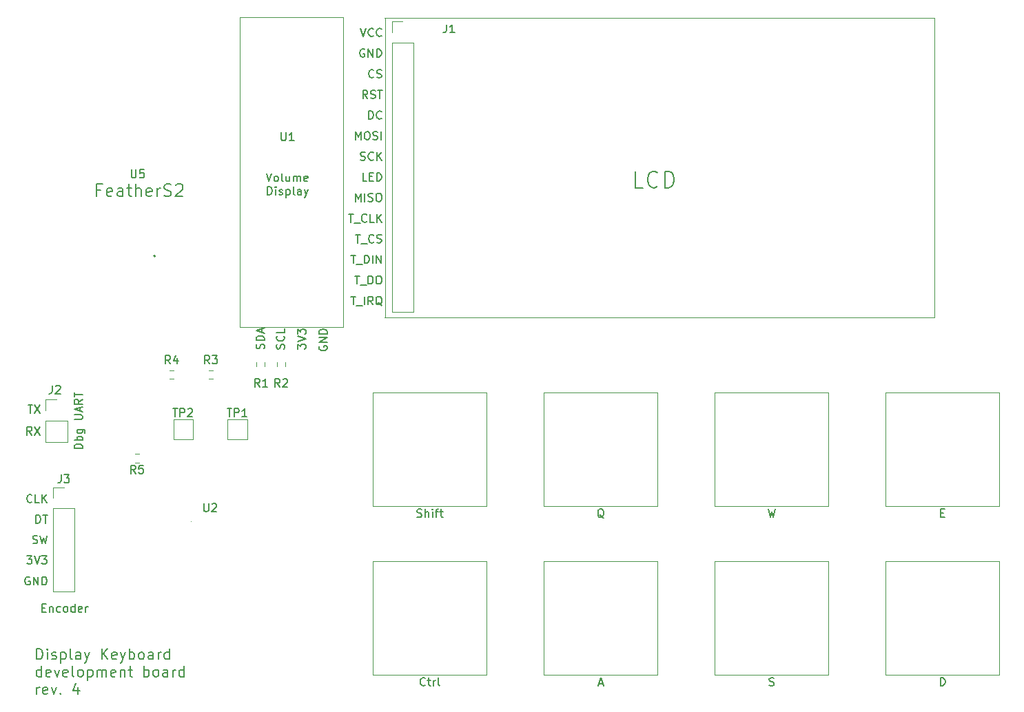
<source format=gbr>
%TF.GenerationSoftware,KiCad,Pcbnew,(5.1.9)-1*%
%TF.CreationDate,2021-04-10T21:56:04-07:00*%
%TF.ProjectId,Keyboard Proto,4b657962-6f61-4726-9420-50726f746f2e,rev?*%
%TF.SameCoordinates,Original*%
%TF.FileFunction,Legend,Top*%
%TF.FilePolarity,Positive*%
%FSLAX46Y46*%
G04 Gerber Fmt 4.6, Leading zero omitted, Abs format (unit mm)*
G04 Created by KiCad (PCBNEW (5.1.9)-1) date 2021-04-10 21:56:04*
%MOMM*%
%LPD*%
G01*
G04 APERTURE LIST*
%ADD10C,0.150000*%
%ADD11C,0.200000*%
%ADD12C,0.120000*%
%ADD13C,0.100000*%
G04 APERTURE END LIST*
D10*
X121991761Y-76605380D02*
X122325095Y-77605380D01*
X122658428Y-76605380D01*
X123134619Y-77605380D02*
X123039380Y-77557761D01*
X122991761Y-77510142D01*
X122944142Y-77414904D01*
X122944142Y-77129190D01*
X122991761Y-77033952D01*
X123039380Y-76986333D01*
X123134619Y-76938714D01*
X123277476Y-76938714D01*
X123372714Y-76986333D01*
X123420333Y-77033952D01*
X123467952Y-77129190D01*
X123467952Y-77414904D01*
X123420333Y-77510142D01*
X123372714Y-77557761D01*
X123277476Y-77605380D01*
X123134619Y-77605380D01*
X124039380Y-77605380D02*
X123944142Y-77557761D01*
X123896523Y-77462523D01*
X123896523Y-76605380D01*
X124848904Y-76938714D02*
X124848904Y-77605380D01*
X124420333Y-76938714D02*
X124420333Y-77462523D01*
X124467952Y-77557761D01*
X124563190Y-77605380D01*
X124706047Y-77605380D01*
X124801285Y-77557761D01*
X124848904Y-77510142D01*
X125325095Y-77605380D02*
X125325095Y-76938714D01*
X125325095Y-77033952D02*
X125372714Y-76986333D01*
X125467952Y-76938714D01*
X125610809Y-76938714D01*
X125706047Y-76986333D01*
X125753666Y-77081571D01*
X125753666Y-77605380D01*
X125753666Y-77081571D02*
X125801285Y-76986333D01*
X125896523Y-76938714D01*
X126039380Y-76938714D01*
X126134619Y-76986333D01*
X126182238Y-77081571D01*
X126182238Y-77605380D01*
X127039380Y-77557761D02*
X126944142Y-77605380D01*
X126753666Y-77605380D01*
X126658428Y-77557761D01*
X126610809Y-77462523D01*
X126610809Y-77081571D01*
X126658428Y-76986333D01*
X126753666Y-76938714D01*
X126944142Y-76938714D01*
X127039380Y-76986333D01*
X127087000Y-77081571D01*
X127087000Y-77176809D01*
X126610809Y-77272047D01*
X122134619Y-79255380D02*
X122134619Y-78255380D01*
X122372714Y-78255380D01*
X122515571Y-78303000D01*
X122610809Y-78398238D01*
X122658428Y-78493476D01*
X122706047Y-78683952D01*
X122706047Y-78826809D01*
X122658428Y-79017285D01*
X122610809Y-79112523D01*
X122515571Y-79207761D01*
X122372714Y-79255380D01*
X122134619Y-79255380D01*
X123134619Y-79255380D02*
X123134619Y-78588714D01*
X123134619Y-78255380D02*
X123087000Y-78303000D01*
X123134619Y-78350619D01*
X123182238Y-78303000D01*
X123134619Y-78255380D01*
X123134619Y-78350619D01*
X123563190Y-79207761D02*
X123658428Y-79255380D01*
X123848904Y-79255380D01*
X123944142Y-79207761D01*
X123991761Y-79112523D01*
X123991761Y-79064904D01*
X123944142Y-78969666D01*
X123848904Y-78922047D01*
X123706047Y-78922047D01*
X123610809Y-78874428D01*
X123563190Y-78779190D01*
X123563190Y-78731571D01*
X123610809Y-78636333D01*
X123706047Y-78588714D01*
X123848904Y-78588714D01*
X123944142Y-78636333D01*
X124420333Y-78588714D02*
X124420333Y-79588714D01*
X124420333Y-78636333D02*
X124515571Y-78588714D01*
X124706047Y-78588714D01*
X124801285Y-78636333D01*
X124848904Y-78683952D01*
X124896523Y-78779190D01*
X124896523Y-79064904D01*
X124848904Y-79160142D01*
X124801285Y-79207761D01*
X124706047Y-79255380D01*
X124515571Y-79255380D01*
X124420333Y-79207761D01*
X125467952Y-79255380D02*
X125372714Y-79207761D01*
X125325095Y-79112523D01*
X125325095Y-78255380D01*
X126277476Y-79255380D02*
X126277476Y-78731571D01*
X126229857Y-78636333D01*
X126134619Y-78588714D01*
X125944142Y-78588714D01*
X125848904Y-78636333D01*
X126277476Y-79207761D02*
X126182238Y-79255380D01*
X125944142Y-79255380D01*
X125848904Y-79207761D01*
X125801285Y-79112523D01*
X125801285Y-79017285D01*
X125848904Y-78922047D01*
X125944142Y-78874428D01*
X126182238Y-78874428D01*
X126277476Y-78826809D01*
X126658428Y-78588714D02*
X126896523Y-79255380D01*
X127134619Y-78588714D02*
X126896523Y-79255380D01*
X126801285Y-79493476D01*
X126753666Y-79541095D01*
X126658428Y-79588714D01*
X99385380Y-110441952D02*
X98385380Y-110441952D01*
X98385380Y-110203857D01*
X98433000Y-110061000D01*
X98528238Y-109965761D01*
X98623476Y-109918142D01*
X98813952Y-109870523D01*
X98956809Y-109870523D01*
X99147285Y-109918142D01*
X99242523Y-109965761D01*
X99337761Y-110061000D01*
X99385380Y-110203857D01*
X99385380Y-110441952D01*
X99385380Y-109441952D02*
X98385380Y-109441952D01*
X98766333Y-109441952D02*
X98718714Y-109346714D01*
X98718714Y-109156238D01*
X98766333Y-109061000D01*
X98813952Y-109013380D01*
X98909190Y-108965761D01*
X99194904Y-108965761D01*
X99290142Y-109013380D01*
X99337761Y-109061000D01*
X99385380Y-109156238D01*
X99385380Y-109346714D01*
X99337761Y-109441952D01*
X98718714Y-108108619D02*
X99528238Y-108108619D01*
X99623476Y-108156238D01*
X99671095Y-108203857D01*
X99718714Y-108299095D01*
X99718714Y-108441952D01*
X99671095Y-108537190D01*
X99337761Y-108108619D02*
X99385380Y-108203857D01*
X99385380Y-108394333D01*
X99337761Y-108489571D01*
X99290142Y-108537190D01*
X99194904Y-108584809D01*
X98909190Y-108584809D01*
X98813952Y-108537190D01*
X98766333Y-108489571D01*
X98718714Y-108394333D01*
X98718714Y-108203857D01*
X98766333Y-108108619D01*
X98385380Y-106870523D02*
X99194904Y-106870523D01*
X99290142Y-106822904D01*
X99337761Y-106775285D01*
X99385380Y-106680047D01*
X99385380Y-106489571D01*
X99337761Y-106394333D01*
X99290142Y-106346714D01*
X99194904Y-106299095D01*
X98385380Y-106299095D01*
X99099666Y-105870523D02*
X99099666Y-105394333D01*
X99385380Y-105965761D02*
X98385380Y-105632428D01*
X99385380Y-105299095D01*
X99385380Y-104394333D02*
X98909190Y-104727666D01*
X99385380Y-104965761D02*
X98385380Y-104965761D01*
X98385380Y-104584809D01*
X98433000Y-104489571D01*
X98480619Y-104441952D01*
X98575857Y-104394333D01*
X98718714Y-104394333D01*
X98813952Y-104441952D01*
X98861571Y-104489571D01*
X98909190Y-104584809D01*
X98909190Y-104965761D01*
X98385380Y-104108619D02*
X98385380Y-103537190D01*
X99385380Y-103822904D02*
X98385380Y-103822904D01*
D11*
X101660042Y-78658257D02*
X101160042Y-78658257D01*
X101160042Y-79443971D02*
X101160042Y-77943971D01*
X101874328Y-77943971D01*
X103017185Y-79372542D02*
X102874328Y-79443971D01*
X102588614Y-79443971D01*
X102445757Y-79372542D01*
X102374328Y-79229685D01*
X102374328Y-78658257D01*
X102445757Y-78515400D01*
X102588614Y-78443971D01*
X102874328Y-78443971D01*
X103017185Y-78515400D01*
X103088614Y-78658257D01*
X103088614Y-78801114D01*
X102374328Y-78943971D01*
X104374328Y-79443971D02*
X104374328Y-78658257D01*
X104302900Y-78515400D01*
X104160042Y-78443971D01*
X103874328Y-78443971D01*
X103731471Y-78515400D01*
X104374328Y-79372542D02*
X104231471Y-79443971D01*
X103874328Y-79443971D01*
X103731471Y-79372542D01*
X103660042Y-79229685D01*
X103660042Y-79086828D01*
X103731471Y-78943971D01*
X103874328Y-78872542D01*
X104231471Y-78872542D01*
X104374328Y-78801114D01*
X104874328Y-78443971D02*
X105445757Y-78443971D01*
X105088614Y-77943971D02*
X105088614Y-79229685D01*
X105160042Y-79372542D01*
X105302900Y-79443971D01*
X105445757Y-79443971D01*
X105945757Y-79443971D02*
X105945757Y-77943971D01*
X106588614Y-79443971D02*
X106588614Y-78658257D01*
X106517185Y-78515400D01*
X106374328Y-78443971D01*
X106160042Y-78443971D01*
X106017185Y-78515400D01*
X105945757Y-78586828D01*
X107874328Y-79372542D02*
X107731471Y-79443971D01*
X107445757Y-79443971D01*
X107302900Y-79372542D01*
X107231471Y-79229685D01*
X107231471Y-78658257D01*
X107302900Y-78515400D01*
X107445757Y-78443971D01*
X107731471Y-78443971D01*
X107874328Y-78515400D01*
X107945757Y-78658257D01*
X107945757Y-78801114D01*
X107231471Y-78943971D01*
X108588614Y-79443971D02*
X108588614Y-78443971D01*
X108588614Y-78729685D02*
X108660042Y-78586828D01*
X108731471Y-78515400D01*
X108874328Y-78443971D01*
X109017185Y-78443971D01*
X109445757Y-79372542D02*
X109660042Y-79443971D01*
X110017185Y-79443971D01*
X110160042Y-79372542D01*
X110231471Y-79301114D01*
X110302900Y-79158257D01*
X110302900Y-79015400D01*
X110231471Y-78872542D01*
X110160042Y-78801114D01*
X110017185Y-78729685D01*
X109731471Y-78658257D01*
X109588614Y-78586828D01*
X109517185Y-78515400D01*
X109445757Y-78372542D01*
X109445757Y-78229685D01*
X109517185Y-78086828D01*
X109588614Y-78015400D01*
X109731471Y-77943971D01*
X110088614Y-77943971D01*
X110302900Y-78015400D01*
X110874328Y-78086828D02*
X110945757Y-78015400D01*
X111088614Y-77943971D01*
X111445757Y-77943971D01*
X111588614Y-78015400D01*
X111660042Y-78086828D01*
X111731471Y-78229685D01*
X111731471Y-78372542D01*
X111660042Y-78586828D01*
X110802900Y-79443971D01*
X111731471Y-79443971D01*
D10*
X128506600Y-97866104D02*
X128458980Y-97961342D01*
X128458980Y-98104200D01*
X128506600Y-98247057D01*
X128601838Y-98342295D01*
X128697076Y-98389914D01*
X128887552Y-98437533D01*
X129030409Y-98437533D01*
X129220885Y-98389914D01*
X129316123Y-98342295D01*
X129411361Y-98247057D01*
X129458980Y-98104200D01*
X129458980Y-98008961D01*
X129411361Y-97866104D01*
X129363742Y-97818485D01*
X129030409Y-97818485D01*
X129030409Y-98008961D01*
X129458980Y-97389914D02*
X128458980Y-97389914D01*
X129458980Y-96818485D01*
X128458980Y-96818485D01*
X129458980Y-96342295D02*
X128458980Y-96342295D01*
X128458980Y-96104200D01*
X128506600Y-95961342D01*
X128601838Y-95866104D01*
X128697076Y-95818485D01*
X128887552Y-95770866D01*
X129030409Y-95770866D01*
X129220885Y-95818485D01*
X129316123Y-95866104D01*
X129411361Y-95961342D01*
X129458980Y-96104200D01*
X129458980Y-96342295D01*
X125817380Y-98215295D02*
X125817380Y-97596247D01*
X126198333Y-97929580D01*
X126198333Y-97786723D01*
X126245952Y-97691485D01*
X126293571Y-97643866D01*
X126388809Y-97596247D01*
X126626904Y-97596247D01*
X126722142Y-97643866D01*
X126769761Y-97691485D01*
X126817380Y-97786723D01*
X126817380Y-98072438D01*
X126769761Y-98167676D01*
X126722142Y-98215295D01*
X125817380Y-97310533D02*
X126817380Y-96977200D01*
X125817380Y-96643866D01*
X125817380Y-96405771D02*
X125817380Y-95786723D01*
X126198333Y-96120057D01*
X126198333Y-95977200D01*
X126245952Y-95881961D01*
X126293571Y-95834342D01*
X126388809Y-95786723D01*
X126626904Y-95786723D01*
X126722142Y-95834342D01*
X126769761Y-95881961D01*
X126817380Y-95977200D01*
X126817380Y-96262914D01*
X126769761Y-96358152D01*
X126722142Y-96405771D01*
X124178961Y-98193076D02*
X124226580Y-98050219D01*
X124226580Y-97812123D01*
X124178961Y-97716885D01*
X124131342Y-97669266D01*
X124036104Y-97621647D01*
X123940866Y-97621647D01*
X123845628Y-97669266D01*
X123798009Y-97716885D01*
X123750390Y-97812123D01*
X123702771Y-98002600D01*
X123655152Y-98097838D01*
X123607533Y-98145457D01*
X123512295Y-98193076D01*
X123417057Y-98193076D01*
X123321819Y-98145457D01*
X123274200Y-98097838D01*
X123226580Y-98002600D01*
X123226580Y-97764504D01*
X123274200Y-97621647D01*
X124131342Y-96621647D02*
X124178961Y-96669266D01*
X124226580Y-96812123D01*
X124226580Y-96907361D01*
X124178961Y-97050219D01*
X124083723Y-97145457D01*
X123988485Y-97193076D01*
X123798009Y-97240695D01*
X123655152Y-97240695D01*
X123464676Y-97193076D01*
X123369438Y-97145457D01*
X123274200Y-97050219D01*
X123226580Y-96907361D01*
X123226580Y-96812123D01*
X123274200Y-96669266D01*
X123321819Y-96621647D01*
X124226580Y-95716885D02*
X124226580Y-96193076D01*
X123226580Y-96193076D01*
X121689761Y-98166085D02*
X121737380Y-98023228D01*
X121737380Y-97785133D01*
X121689761Y-97689895D01*
X121642142Y-97642276D01*
X121546904Y-97594657D01*
X121451666Y-97594657D01*
X121356428Y-97642276D01*
X121308809Y-97689895D01*
X121261190Y-97785133D01*
X121213571Y-97975609D01*
X121165952Y-98070847D01*
X121118333Y-98118466D01*
X121023095Y-98166085D01*
X120927857Y-98166085D01*
X120832619Y-98118466D01*
X120785000Y-98070847D01*
X120737380Y-97975609D01*
X120737380Y-97737514D01*
X120785000Y-97594657D01*
X121737380Y-97166085D02*
X120737380Y-97166085D01*
X120737380Y-96927990D01*
X120785000Y-96785133D01*
X120880238Y-96689895D01*
X120975476Y-96642276D01*
X121165952Y-96594657D01*
X121308809Y-96594657D01*
X121499285Y-96642276D01*
X121594523Y-96689895D01*
X121689761Y-96785133D01*
X121737380Y-96927990D01*
X121737380Y-97166085D01*
X121451666Y-96213704D02*
X121451666Y-95737514D01*
X121737380Y-96308942D02*
X120737380Y-95975609D01*
X121737380Y-95642276D01*
X93194261Y-117006642D02*
X93146642Y-117054261D01*
X93003785Y-117101880D01*
X92908547Y-117101880D01*
X92765690Y-117054261D01*
X92670452Y-116959023D01*
X92622833Y-116863785D01*
X92575214Y-116673309D01*
X92575214Y-116530452D01*
X92622833Y-116339976D01*
X92670452Y-116244738D01*
X92765690Y-116149500D01*
X92908547Y-116101880D01*
X93003785Y-116101880D01*
X93146642Y-116149500D01*
X93194261Y-116197119D01*
X94099023Y-117101880D02*
X93622833Y-117101880D01*
X93622833Y-116101880D01*
X94432357Y-117101880D02*
X94432357Y-116101880D01*
X95003785Y-117101880D02*
X94575214Y-116530452D01*
X95003785Y-116101880D02*
X94432357Y-116673309D01*
X93670451Y-119616480D02*
X93670451Y-118616480D01*
X93908547Y-118616480D01*
X94051404Y-118664100D01*
X94146642Y-118759338D01*
X94194261Y-118854576D01*
X94241880Y-119045052D01*
X94241880Y-119187909D01*
X94194261Y-119378385D01*
X94146642Y-119473623D01*
X94051404Y-119568861D01*
X93908547Y-119616480D01*
X93670451Y-119616480D01*
X94527594Y-118616480D02*
X95099023Y-118616480D01*
X94813309Y-119616480D02*
X94813309Y-118616480D01*
X93289500Y-122096161D02*
X93432357Y-122143780D01*
X93670452Y-122143780D01*
X93765690Y-122096161D01*
X93813309Y-122048542D01*
X93860928Y-121953304D01*
X93860928Y-121858066D01*
X93813309Y-121762828D01*
X93765690Y-121715209D01*
X93670452Y-121667590D01*
X93479976Y-121619971D01*
X93384738Y-121572352D01*
X93337119Y-121524733D01*
X93289500Y-121429495D01*
X93289500Y-121334257D01*
X93337119Y-121239019D01*
X93384738Y-121191400D01*
X93479976Y-121143780D01*
X93718071Y-121143780D01*
X93860928Y-121191400D01*
X94194262Y-121143780D02*
X94432357Y-122143780D01*
X94622833Y-121429495D01*
X94813309Y-122143780D01*
X95051404Y-121143780D01*
X92575213Y-123632980D02*
X93194261Y-123632980D01*
X92860928Y-124013933D01*
X93003785Y-124013933D01*
X93099023Y-124061552D01*
X93146642Y-124109171D01*
X93194261Y-124204409D01*
X93194261Y-124442504D01*
X93146642Y-124537742D01*
X93099023Y-124585361D01*
X93003785Y-124632980D01*
X92718070Y-124632980D01*
X92622832Y-124585361D01*
X92575213Y-124537742D01*
X93479975Y-123632980D02*
X93813309Y-124632980D01*
X94146642Y-123632980D01*
X94384737Y-123632980D02*
X95003785Y-123632980D01*
X94670451Y-124013933D01*
X94813309Y-124013933D01*
X94908547Y-124061552D01*
X94956166Y-124109171D01*
X95003785Y-124204409D01*
X95003785Y-124442504D01*
X94956166Y-124537742D01*
X94908547Y-124585361D01*
X94813309Y-124632980D01*
X94527594Y-124632980D01*
X94432356Y-124585361D01*
X94384737Y-124537742D01*
X93178333Y-108783380D02*
X92845000Y-108307190D01*
X92606904Y-108783380D02*
X92606904Y-107783380D01*
X92987857Y-107783380D01*
X93083095Y-107831000D01*
X93130714Y-107878619D01*
X93178333Y-107973857D01*
X93178333Y-108116714D01*
X93130714Y-108211952D01*
X93083095Y-108259571D01*
X92987857Y-108307190D01*
X92606904Y-108307190D01*
X93511666Y-107783380D02*
X94178333Y-108783380D01*
X94178333Y-107783380D02*
X93511666Y-108783380D01*
X92710095Y-105116380D02*
X93281523Y-105116380D01*
X92995809Y-106116380D02*
X92995809Y-105116380D01*
X93519619Y-105116380D02*
X94186285Y-106116380D01*
X94186285Y-105116380D02*
X93519619Y-106116380D01*
X92908547Y-126258700D02*
X92813309Y-126211080D01*
X92670452Y-126211080D01*
X92527594Y-126258700D01*
X92432356Y-126353938D01*
X92384737Y-126449176D01*
X92337118Y-126639652D01*
X92337118Y-126782509D01*
X92384737Y-126972985D01*
X92432356Y-127068223D01*
X92527594Y-127163461D01*
X92670452Y-127211080D01*
X92765690Y-127211080D01*
X92908547Y-127163461D01*
X92956166Y-127115842D01*
X92956166Y-126782509D01*
X92765690Y-126782509D01*
X93384737Y-127211080D02*
X93384737Y-126211080D01*
X93956166Y-127211080D01*
X93956166Y-126211080D01*
X94432356Y-127211080D02*
X94432356Y-126211080D01*
X94670452Y-126211080D01*
X94813309Y-126258700D01*
X94908547Y-126353938D01*
X94956166Y-126449176D01*
X95003785Y-126639652D01*
X95003785Y-126782509D01*
X94956166Y-126972985D01*
X94908547Y-127068223D01*
X94813309Y-127163461D01*
X94670452Y-127211080D01*
X94432356Y-127211080D01*
X94455004Y-130027371D02*
X94788338Y-130027371D01*
X94931195Y-130551180D02*
X94455004Y-130551180D01*
X94455004Y-129551180D01*
X94931195Y-129551180D01*
X95359766Y-129884514D02*
X95359766Y-130551180D01*
X95359766Y-129979752D02*
X95407385Y-129932133D01*
X95502623Y-129884514D01*
X95645480Y-129884514D01*
X95740719Y-129932133D01*
X95788338Y-130027371D01*
X95788338Y-130551180D01*
X96693100Y-130503561D02*
X96597861Y-130551180D01*
X96407385Y-130551180D01*
X96312147Y-130503561D01*
X96264528Y-130455942D01*
X96216909Y-130360704D01*
X96216909Y-130074990D01*
X96264528Y-129979752D01*
X96312147Y-129932133D01*
X96407385Y-129884514D01*
X96597861Y-129884514D01*
X96693100Y-129932133D01*
X97264528Y-130551180D02*
X97169290Y-130503561D01*
X97121671Y-130455942D01*
X97074052Y-130360704D01*
X97074052Y-130074990D01*
X97121671Y-129979752D01*
X97169290Y-129932133D01*
X97264528Y-129884514D01*
X97407385Y-129884514D01*
X97502623Y-129932133D01*
X97550242Y-129979752D01*
X97597861Y-130074990D01*
X97597861Y-130360704D01*
X97550242Y-130455942D01*
X97502623Y-130503561D01*
X97407385Y-130551180D01*
X97264528Y-130551180D01*
X98455004Y-130551180D02*
X98455004Y-129551180D01*
X98455004Y-130503561D02*
X98359766Y-130551180D01*
X98169290Y-130551180D01*
X98074052Y-130503561D01*
X98026433Y-130455942D01*
X97978814Y-130360704D01*
X97978814Y-130074990D01*
X98026433Y-129979752D01*
X98074052Y-129932133D01*
X98169290Y-129884514D01*
X98359766Y-129884514D01*
X98455004Y-129932133D01*
X99312147Y-130503561D02*
X99216909Y-130551180D01*
X99026433Y-130551180D01*
X98931195Y-130503561D01*
X98883576Y-130408323D01*
X98883576Y-130027371D01*
X98931195Y-129932133D01*
X99026433Y-129884514D01*
X99216909Y-129884514D01*
X99312147Y-129932133D01*
X99359766Y-130027371D01*
X99359766Y-130122609D01*
X98883576Y-130217847D01*
X99788338Y-130551180D02*
X99788338Y-129884514D01*
X99788338Y-130074990D02*
X99835957Y-129979752D01*
X99883576Y-129932133D01*
X99978814Y-129884514D01*
X100074052Y-129884514D01*
D11*
X168265647Y-78374761D02*
X167313266Y-78374761D01*
X167313266Y-76374761D01*
X170075171Y-78184285D02*
X169979933Y-78279523D01*
X169694219Y-78374761D01*
X169503742Y-78374761D01*
X169218028Y-78279523D01*
X169027552Y-78089047D01*
X168932314Y-77898571D01*
X168837076Y-77517619D01*
X168837076Y-77231904D01*
X168932314Y-76850952D01*
X169027552Y-76660476D01*
X169218028Y-76470000D01*
X169503742Y-76374761D01*
X169694219Y-76374761D01*
X169979933Y-76470000D01*
X170075171Y-76565238D01*
X170932314Y-78374761D02*
X170932314Y-76374761D01*
X171408504Y-76374761D01*
X171694219Y-76470000D01*
X171884695Y-76660476D01*
X171979933Y-76850952D01*
X172075171Y-77231904D01*
X172075171Y-77517619D01*
X171979933Y-77898571D01*
X171884695Y-78089047D01*
X171694219Y-78279523D01*
X171408504Y-78374761D01*
X170932314Y-78374761D01*
D12*
X204089000Y-57480200D02*
X136525000Y-57480200D01*
X204089000Y-94335600D02*
X204089000Y-57480200D01*
X136525000Y-94335600D02*
X204089000Y-94335600D01*
X136626600Y-57480200D02*
X136626600Y-94335600D01*
D10*
X132375590Y-91755980D02*
X132947019Y-91755980D01*
X132661304Y-92755980D02*
X132661304Y-91755980D01*
X133042257Y-92851219D02*
X133804162Y-92851219D01*
X134042257Y-92755980D02*
X134042257Y-91755980D01*
X135089876Y-92755980D02*
X134756542Y-92279790D01*
X134518447Y-92755980D02*
X134518447Y-91755980D01*
X134899400Y-91755980D01*
X134994638Y-91803600D01*
X135042257Y-91851219D01*
X135089876Y-91946457D01*
X135089876Y-92089314D01*
X135042257Y-92184552D01*
X134994638Y-92232171D01*
X134899400Y-92279790D01*
X134518447Y-92279790D01*
X136185114Y-92851219D02*
X136089876Y-92803600D01*
X135994638Y-92708361D01*
X135851781Y-92565504D01*
X135756542Y-92517885D01*
X135661304Y-92517885D01*
X135708923Y-92755980D02*
X135613685Y-92708361D01*
X135518447Y-92613123D01*
X135470828Y-92422647D01*
X135470828Y-92089314D01*
X135518447Y-91898838D01*
X135613685Y-91803600D01*
X135708923Y-91755980D01*
X135899400Y-91755980D01*
X135994638Y-91803600D01*
X136089876Y-91898838D01*
X136137495Y-92089314D01*
X136137495Y-92422647D01*
X136089876Y-92613123D01*
X135994638Y-92708361D01*
X135899400Y-92755980D01*
X135708923Y-92755980D01*
X132851780Y-89219884D02*
X133423209Y-89219884D01*
X133137495Y-90219884D02*
X133137495Y-89219884D01*
X133518447Y-90315123D02*
X134280352Y-90315123D01*
X134518447Y-90219884D02*
X134518447Y-89219884D01*
X134756542Y-89219884D01*
X134899399Y-89267504D01*
X134994637Y-89362742D01*
X135042257Y-89457980D01*
X135089876Y-89648456D01*
X135089876Y-89791313D01*
X135042257Y-89981789D01*
X134994637Y-90077027D01*
X134899399Y-90172265D01*
X134756542Y-90219884D01*
X134518447Y-90219884D01*
X135708923Y-89219884D02*
X135899399Y-89219884D01*
X135994637Y-89267504D01*
X136089876Y-89362742D01*
X136137495Y-89553218D01*
X136137495Y-89886551D01*
X136089876Y-90077027D01*
X135994637Y-90172265D01*
X135899399Y-90219884D01*
X135708923Y-90219884D01*
X135613685Y-90172265D01*
X135518447Y-90077027D01*
X135470828Y-89886551D01*
X135470828Y-89553218D01*
X135518447Y-89362742D01*
X135613685Y-89267504D01*
X135708923Y-89219884D01*
X132375590Y-86683792D02*
X132947019Y-86683792D01*
X132661304Y-87683792D02*
X132661304Y-86683792D01*
X133042257Y-87779031D02*
X133804162Y-87779031D01*
X134042257Y-87683792D02*
X134042257Y-86683792D01*
X134280352Y-86683792D01*
X134423209Y-86731412D01*
X134518447Y-86826650D01*
X134566066Y-86921888D01*
X134613685Y-87112364D01*
X134613685Y-87255221D01*
X134566066Y-87445697D01*
X134518447Y-87540935D01*
X134423209Y-87636173D01*
X134280352Y-87683792D01*
X134042257Y-87683792D01*
X135042257Y-87683792D02*
X135042257Y-86683792D01*
X135518447Y-87683792D02*
X135518447Y-86683792D01*
X136089876Y-87683792D01*
X136089876Y-86683792D01*
X132947019Y-84147700D02*
X133518448Y-84147700D01*
X133232734Y-85147700D02*
X133232734Y-84147700D01*
X133613686Y-85242939D02*
X134375591Y-85242939D01*
X135185115Y-85052462D02*
X135137496Y-85100081D01*
X134994638Y-85147700D01*
X134899400Y-85147700D01*
X134756543Y-85100081D01*
X134661305Y-85004843D01*
X134613686Y-84909605D01*
X134566067Y-84719129D01*
X134566067Y-84576272D01*
X134613686Y-84385796D01*
X134661305Y-84290558D01*
X134756543Y-84195320D01*
X134899400Y-84147700D01*
X134994638Y-84147700D01*
X135137496Y-84195320D01*
X135185115Y-84242939D01*
X135566067Y-85100081D02*
X135708924Y-85147700D01*
X135947019Y-85147700D01*
X136042257Y-85100081D01*
X136089877Y-85052462D01*
X136137496Y-84957224D01*
X136137496Y-84861986D01*
X136089877Y-84766748D01*
X136042257Y-84719129D01*
X135947019Y-84671510D01*
X135756543Y-84623891D01*
X135661305Y-84576272D01*
X135613686Y-84528653D01*
X135566067Y-84433415D01*
X135566067Y-84338177D01*
X135613686Y-84242939D01*
X135661305Y-84195320D01*
X135756543Y-84147700D01*
X135994638Y-84147700D01*
X136137496Y-84195320D01*
X132089876Y-81611608D02*
X132661305Y-81611608D01*
X132375590Y-82611608D02*
X132375590Y-81611608D01*
X132756543Y-82706847D02*
X133518447Y-82706847D01*
X134327971Y-82516370D02*
X134280352Y-82563989D01*
X134137495Y-82611608D01*
X134042257Y-82611608D01*
X133899400Y-82563989D01*
X133804162Y-82468751D01*
X133756543Y-82373513D01*
X133708924Y-82183037D01*
X133708924Y-82040180D01*
X133756543Y-81849704D01*
X133804162Y-81754466D01*
X133899400Y-81659228D01*
X134042257Y-81611608D01*
X134137495Y-81611608D01*
X134280352Y-81659228D01*
X134327971Y-81706847D01*
X135232733Y-82611608D02*
X134756543Y-82611608D01*
X134756543Y-81611608D01*
X135566066Y-82611608D02*
X135566066Y-81611608D01*
X136137495Y-82611608D02*
X135708924Y-82040180D01*
X136137495Y-81611608D02*
X135566066Y-82183037D01*
X132947019Y-80075516D02*
X132947019Y-79075516D01*
X133280352Y-79789802D01*
X133613686Y-79075516D01*
X133613686Y-80075516D01*
X134089876Y-80075516D02*
X134089876Y-79075516D01*
X134518448Y-80027897D02*
X134661305Y-80075516D01*
X134899400Y-80075516D01*
X134994638Y-80027897D01*
X135042257Y-79980278D01*
X135089876Y-79885040D01*
X135089876Y-79789802D01*
X135042257Y-79694564D01*
X134994638Y-79646945D01*
X134899400Y-79599326D01*
X134708924Y-79551707D01*
X134613686Y-79504088D01*
X134566067Y-79456469D01*
X134518448Y-79361231D01*
X134518448Y-79265993D01*
X134566067Y-79170755D01*
X134613686Y-79123136D01*
X134708924Y-79075516D01*
X134947019Y-79075516D01*
X135089876Y-79123136D01*
X135708924Y-79075516D02*
X135899400Y-79075516D01*
X135994638Y-79123136D01*
X136089876Y-79218374D01*
X136137495Y-79408850D01*
X136137495Y-79742183D01*
X136089876Y-79932659D01*
X135994638Y-80027897D01*
X135899400Y-80075516D01*
X135708924Y-80075516D01*
X135613686Y-80027897D01*
X135518448Y-79932659D01*
X135470828Y-79742183D01*
X135470828Y-79408850D01*
X135518448Y-79218374D01*
X135613686Y-79123136D01*
X135708924Y-79075516D01*
X134327971Y-77539424D02*
X133851781Y-77539424D01*
X133851781Y-76539424D01*
X134661305Y-77015615D02*
X134994638Y-77015615D01*
X135137495Y-77539424D02*
X134661305Y-77539424D01*
X134661305Y-76539424D01*
X135137495Y-76539424D01*
X135566067Y-77539424D02*
X135566067Y-76539424D01*
X135804162Y-76539424D01*
X135947019Y-76587044D01*
X136042257Y-76682282D01*
X136089876Y-76777520D01*
X136137495Y-76967996D01*
X136137495Y-77110853D01*
X136089876Y-77301329D01*
X136042257Y-77396567D01*
X135947019Y-77491805D01*
X135804162Y-77539424D01*
X135566067Y-77539424D01*
X133566066Y-74955713D02*
X133708923Y-75003332D01*
X133947019Y-75003332D01*
X134042257Y-74955713D01*
X134089876Y-74908094D01*
X134137495Y-74812856D01*
X134137495Y-74717618D01*
X134089876Y-74622380D01*
X134042257Y-74574761D01*
X133947019Y-74527142D01*
X133756542Y-74479523D01*
X133661304Y-74431904D01*
X133613685Y-74384285D01*
X133566066Y-74289047D01*
X133566066Y-74193809D01*
X133613685Y-74098571D01*
X133661304Y-74050952D01*
X133756542Y-74003332D01*
X133994638Y-74003332D01*
X134137495Y-74050952D01*
X135137495Y-74908094D02*
X135089876Y-74955713D01*
X134947019Y-75003332D01*
X134851781Y-75003332D01*
X134708923Y-74955713D01*
X134613685Y-74860475D01*
X134566066Y-74765237D01*
X134518447Y-74574761D01*
X134518447Y-74431904D01*
X134566066Y-74241428D01*
X134613685Y-74146190D01*
X134708923Y-74050952D01*
X134851781Y-74003332D01*
X134947019Y-74003332D01*
X135089876Y-74050952D01*
X135137495Y-74098571D01*
X135566066Y-75003332D02*
X135566066Y-74003332D01*
X136137495Y-75003332D02*
X135708923Y-74431904D01*
X136137495Y-74003332D02*
X135566066Y-74574761D01*
X132947019Y-72467240D02*
X132947019Y-71467240D01*
X133280352Y-72181526D01*
X133613686Y-71467240D01*
X133613686Y-72467240D01*
X134280352Y-71467240D02*
X134470828Y-71467240D01*
X134566067Y-71514860D01*
X134661305Y-71610098D01*
X134708924Y-71800574D01*
X134708924Y-72133907D01*
X134661305Y-72324383D01*
X134566067Y-72419621D01*
X134470828Y-72467240D01*
X134280352Y-72467240D01*
X134185114Y-72419621D01*
X134089876Y-72324383D01*
X134042257Y-72133907D01*
X134042257Y-71800574D01*
X134089876Y-71610098D01*
X134185114Y-71514860D01*
X134280352Y-71467240D01*
X135089876Y-72419621D02*
X135232733Y-72467240D01*
X135470828Y-72467240D01*
X135566067Y-72419621D01*
X135613686Y-72372002D01*
X135661305Y-72276764D01*
X135661305Y-72181526D01*
X135613686Y-72086288D01*
X135566067Y-72038669D01*
X135470828Y-71991050D01*
X135280352Y-71943431D01*
X135185114Y-71895812D01*
X135137495Y-71848193D01*
X135089876Y-71752955D01*
X135089876Y-71657717D01*
X135137495Y-71562479D01*
X135185114Y-71514860D01*
X135280352Y-71467240D01*
X135518448Y-71467240D01*
X135661305Y-71514860D01*
X136089876Y-72467240D02*
X136089876Y-71467240D01*
X134566067Y-69931148D02*
X134566067Y-68931148D01*
X134804162Y-68931148D01*
X134947019Y-68978768D01*
X135042257Y-69074006D01*
X135089876Y-69169244D01*
X135137495Y-69359720D01*
X135137495Y-69502577D01*
X135089876Y-69693053D01*
X135042257Y-69788291D01*
X134947019Y-69883529D01*
X134804162Y-69931148D01*
X134566067Y-69931148D01*
X136137495Y-69835910D02*
X136089876Y-69883529D01*
X135947019Y-69931148D01*
X135851781Y-69931148D01*
X135708924Y-69883529D01*
X135613686Y-69788291D01*
X135566067Y-69693053D01*
X135518448Y-69502577D01*
X135518448Y-69359720D01*
X135566067Y-69169244D01*
X135613686Y-69074006D01*
X135708924Y-68978768D01*
X135851781Y-68931148D01*
X135947019Y-68931148D01*
X136089876Y-68978768D01*
X136137495Y-69026387D01*
X134423209Y-67395056D02*
X134089876Y-66918866D01*
X133851781Y-67395056D02*
X133851781Y-66395056D01*
X134232733Y-66395056D01*
X134327971Y-66442676D01*
X134375590Y-66490295D01*
X134423209Y-66585533D01*
X134423209Y-66728390D01*
X134375590Y-66823628D01*
X134327971Y-66871247D01*
X134232733Y-66918866D01*
X133851781Y-66918866D01*
X134804162Y-67347437D02*
X134947019Y-67395056D01*
X135185114Y-67395056D01*
X135280352Y-67347437D01*
X135327971Y-67299818D01*
X135375590Y-67204580D01*
X135375590Y-67109342D01*
X135327971Y-67014104D01*
X135280352Y-66966485D01*
X135185114Y-66918866D01*
X134994638Y-66871247D01*
X134899400Y-66823628D01*
X134851781Y-66776009D01*
X134804162Y-66680771D01*
X134804162Y-66585533D01*
X134851781Y-66490295D01*
X134899400Y-66442676D01*
X134994638Y-66395056D01*
X135232733Y-66395056D01*
X135375590Y-66442676D01*
X135661305Y-66395056D02*
X136232733Y-66395056D01*
X135947019Y-67395056D02*
X135947019Y-66395056D01*
X135185114Y-64763726D02*
X135137495Y-64811345D01*
X134994638Y-64858964D01*
X134899400Y-64858964D01*
X134756542Y-64811345D01*
X134661304Y-64716107D01*
X134613685Y-64620869D01*
X134566066Y-64430393D01*
X134566066Y-64287536D01*
X134613685Y-64097060D01*
X134661304Y-64001822D01*
X134756542Y-63906584D01*
X134899400Y-63858964D01*
X134994638Y-63858964D01*
X135137495Y-63906584D01*
X135185114Y-63954203D01*
X135566066Y-64811345D02*
X135708923Y-64858964D01*
X135947019Y-64858964D01*
X136042257Y-64811345D01*
X136089876Y-64763726D01*
X136137495Y-64668488D01*
X136137495Y-64573250D01*
X136089876Y-64478012D01*
X136042257Y-64430393D01*
X135947019Y-64382774D01*
X135756542Y-64335155D01*
X135661304Y-64287536D01*
X135613685Y-64239917D01*
X135566066Y-64144679D01*
X135566066Y-64049441D01*
X135613685Y-63954203D01*
X135661304Y-63906584D01*
X135756542Y-63858964D01*
X135994638Y-63858964D01*
X136137495Y-63906584D01*
X134042257Y-61370492D02*
X133947019Y-61322872D01*
X133804162Y-61322872D01*
X133661304Y-61370492D01*
X133566066Y-61465730D01*
X133518447Y-61560968D01*
X133470828Y-61751444D01*
X133470828Y-61894301D01*
X133518447Y-62084777D01*
X133566066Y-62180015D01*
X133661304Y-62275253D01*
X133804162Y-62322872D01*
X133899400Y-62322872D01*
X134042257Y-62275253D01*
X134089876Y-62227634D01*
X134089876Y-61894301D01*
X133899400Y-61894301D01*
X134518447Y-62322872D02*
X134518447Y-61322872D01*
X135089876Y-62322872D01*
X135089876Y-61322872D01*
X135566066Y-62322872D02*
X135566066Y-61322872D01*
X135804162Y-61322872D01*
X135947019Y-61370492D01*
X136042257Y-61465730D01*
X136089876Y-61560968D01*
X136137495Y-61751444D01*
X136137495Y-61894301D01*
X136089876Y-62084777D01*
X136042257Y-62180015D01*
X135947019Y-62275253D01*
X135804162Y-62322872D01*
X135566066Y-62322872D01*
X133566066Y-58786780D02*
X133899400Y-59786780D01*
X134232733Y-58786780D01*
X135137495Y-59691542D02*
X135089876Y-59739161D01*
X134947019Y-59786780D01*
X134851780Y-59786780D01*
X134708923Y-59739161D01*
X134613685Y-59643923D01*
X134566066Y-59548685D01*
X134518447Y-59358209D01*
X134518447Y-59215352D01*
X134566066Y-59024876D01*
X134613685Y-58929638D01*
X134708923Y-58834400D01*
X134851780Y-58786780D01*
X134947019Y-58786780D01*
X135089876Y-58834400D01*
X135137495Y-58882019D01*
X136137495Y-59691542D02*
X136089876Y-59739161D01*
X135947019Y-59786780D01*
X135851780Y-59786780D01*
X135708923Y-59739161D01*
X135613685Y-59643923D01*
X135566066Y-59548685D01*
X135518447Y-59358209D01*
X135518447Y-59215352D01*
X135566066Y-59024876D01*
X135613685Y-58929638D01*
X135708923Y-58834400D01*
X135851780Y-58786780D01*
X135947019Y-58786780D01*
X136089876Y-58834400D01*
X136137495Y-58882019D01*
D11*
X108359527Y-86766400D02*
G75*
G03*
X108359527Y-86766400I-104727J0D01*
G01*
X93784523Y-136360095D02*
X93784523Y-135060095D01*
X94094047Y-135060095D01*
X94279761Y-135122000D01*
X94403571Y-135245809D01*
X94465476Y-135369619D01*
X94527380Y-135617238D01*
X94527380Y-135802952D01*
X94465476Y-136050571D01*
X94403571Y-136174380D01*
X94279761Y-136298190D01*
X94094047Y-136360095D01*
X93784523Y-136360095D01*
X95084523Y-136360095D02*
X95084523Y-135493428D01*
X95084523Y-135060095D02*
X95022619Y-135122000D01*
X95084523Y-135183904D01*
X95146428Y-135122000D01*
X95084523Y-135060095D01*
X95084523Y-135183904D01*
X95641666Y-136298190D02*
X95765476Y-136360095D01*
X96013095Y-136360095D01*
X96136904Y-136298190D01*
X96198809Y-136174380D01*
X96198809Y-136112476D01*
X96136904Y-135988666D01*
X96013095Y-135926761D01*
X95827380Y-135926761D01*
X95703571Y-135864857D01*
X95641666Y-135741047D01*
X95641666Y-135679142D01*
X95703571Y-135555333D01*
X95827380Y-135493428D01*
X96013095Y-135493428D01*
X96136904Y-135555333D01*
X96755952Y-135493428D02*
X96755952Y-136793428D01*
X96755952Y-135555333D02*
X96879761Y-135493428D01*
X97127380Y-135493428D01*
X97251190Y-135555333D01*
X97313095Y-135617238D01*
X97375000Y-135741047D01*
X97375000Y-136112476D01*
X97313095Y-136236285D01*
X97251190Y-136298190D01*
X97127380Y-136360095D01*
X96879761Y-136360095D01*
X96755952Y-136298190D01*
X98117857Y-136360095D02*
X97994047Y-136298190D01*
X97932142Y-136174380D01*
X97932142Y-135060095D01*
X99170238Y-136360095D02*
X99170238Y-135679142D01*
X99108333Y-135555333D01*
X98984523Y-135493428D01*
X98736904Y-135493428D01*
X98613095Y-135555333D01*
X99170238Y-136298190D02*
X99046428Y-136360095D01*
X98736904Y-136360095D01*
X98613095Y-136298190D01*
X98551190Y-136174380D01*
X98551190Y-136050571D01*
X98613095Y-135926761D01*
X98736904Y-135864857D01*
X99046428Y-135864857D01*
X99170238Y-135802952D01*
X99665476Y-135493428D02*
X99975000Y-136360095D01*
X100284523Y-135493428D02*
X99975000Y-136360095D01*
X99851190Y-136669619D01*
X99789285Y-136731523D01*
X99665476Y-136793428D01*
X101770238Y-136360095D02*
X101770238Y-135060095D01*
X102513095Y-136360095D02*
X101955952Y-135617238D01*
X102513095Y-135060095D02*
X101770238Y-135802952D01*
X103565476Y-136298190D02*
X103441666Y-136360095D01*
X103194047Y-136360095D01*
X103070238Y-136298190D01*
X103008333Y-136174380D01*
X103008333Y-135679142D01*
X103070238Y-135555333D01*
X103194047Y-135493428D01*
X103441666Y-135493428D01*
X103565476Y-135555333D01*
X103627380Y-135679142D01*
X103627380Y-135802952D01*
X103008333Y-135926761D01*
X104060714Y-135493428D02*
X104370238Y-136360095D01*
X104679761Y-135493428D02*
X104370238Y-136360095D01*
X104246428Y-136669619D01*
X104184523Y-136731523D01*
X104060714Y-136793428D01*
X105175000Y-136360095D02*
X105175000Y-135060095D01*
X105175000Y-135555333D02*
X105298809Y-135493428D01*
X105546428Y-135493428D01*
X105670238Y-135555333D01*
X105732142Y-135617238D01*
X105794047Y-135741047D01*
X105794047Y-136112476D01*
X105732142Y-136236285D01*
X105670238Y-136298190D01*
X105546428Y-136360095D01*
X105298809Y-136360095D01*
X105175000Y-136298190D01*
X106536904Y-136360095D02*
X106413095Y-136298190D01*
X106351190Y-136236285D01*
X106289285Y-136112476D01*
X106289285Y-135741047D01*
X106351190Y-135617238D01*
X106413095Y-135555333D01*
X106536904Y-135493428D01*
X106722619Y-135493428D01*
X106846428Y-135555333D01*
X106908333Y-135617238D01*
X106970238Y-135741047D01*
X106970238Y-136112476D01*
X106908333Y-136236285D01*
X106846428Y-136298190D01*
X106722619Y-136360095D01*
X106536904Y-136360095D01*
X108084523Y-136360095D02*
X108084523Y-135679142D01*
X108022619Y-135555333D01*
X107898809Y-135493428D01*
X107651190Y-135493428D01*
X107527380Y-135555333D01*
X108084523Y-136298190D02*
X107960714Y-136360095D01*
X107651190Y-136360095D01*
X107527380Y-136298190D01*
X107465476Y-136174380D01*
X107465476Y-136050571D01*
X107527380Y-135926761D01*
X107651190Y-135864857D01*
X107960714Y-135864857D01*
X108084523Y-135802952D01*
X108703571Y-136360095D02*
X108703571Y-135493428D01*
X108703571Y-135741047D02*
X108765476Y-135617238D01*
X108827380Y-135555333D01*
X108951190Y-135493428D01*
X109075000Y-135493428D01*
X110065476Y-136360095D02*
X110065476Y-135060095D01*
X110065476Y-136298190D02*
X109941666Y-136360095D01*
X109694047Y-136360095D01*
X109570238Y-136298190D01*
X109508333Y-136236285D01*
X109446428Y-136112476D01*
X109446428Y-135741047D01*
X109508333Y-135617238D01*
X109570238Y-135555333D01*
X109694047Y-135493428D01*
X109941666Y-135493428D01*
X110065476Y-135555333D01*
X94341666Y-138510095D02*
X94341666Y-137210095D01*
X94341666Y-138448190D02*
X94217857Y-138510095D01*
X93970238Y-138510095D01*
X93846428Y-138448190D01*
X93784523Y-138386285D01*
X93722619Y-138262476D01*
X93722619Y-137891047D01*
X93784523Y-137767238D01*
X93846428Y-137705333D01*
X93970238Y-137643428D01*
X94217857Y-137643428D01*
X94341666Y-137705333D01*
X95455952Y-138448190D02*
X95332142Y-138510095D01*
X95084523Y-138510095D01*
X94960714Y-138448190D01*
X94898809Y-138324380D01*
X94898809Y-137829142D01*
X94960714Y-137705333D01*
X95084523Y-137643428D01*
X95332142Y-137643428D01*
X95455952Y-137705333D01*
X95517857Y-137829142D01*
X95517857Y-137952952D01*
X94898809Y-138076761D01*
X95951190Y-137643428D02*
X96260714Y-138510095D01*
X96570238Y-137643428D01*
X97560714Y-138448190D02*
X97436904Y-138510095D01*
X97189285Y-138510095D01*
X97065476Y-138448190D01*
X97003571Y-138324380D01*
X97003571Y-137829142D01*
X97065476Y-137705333D01*
X97189285Y-137643428D01*
X97436904Y-137643428D01*
X97560714Y-137705333D01*
X97622619Y-137829142D01*
X97622619Y-137952952D01*
X97003571Y-138076761D01*
X98365476Y-138510095D02*
X98241666Y-138448190D01*
X98179761Y-138324380D01*
X98179761Y-137210095D01*
X99046428Y-138510095D02*
X98922619Y-138448190D01*
X98860714Y-138386285D01*
X98798809Y-138262476D01*
X98798809Y-137891047D01*
X98860714Y-137767238D01*
X98922619Y-137705333D01*
X99046428Y-137643428D01*
X99232142Y-137643428D01*
X99355952Y-137705333D01*
X99417857Y-137767238D01*
X99479761Y-137891047D01*
X99479761Y-138262476D01*
X99417857Y-138386285D01*
X99355952Y-138448190D01*
X99232142Y-138510095D01*
X99046428Y-138510095D01*
X100036904Y-137643428D02*
X100036904Y-138943428D01*
X100036904Y-137705333D02*
X100160714Y-137643428D01*
X100408333Y-137643428D01*
X100532142Y-137705333D01*
X100594047Y-137767238D01*
X100655952Y-137891047D01*
X100655952Y-138262476D01*
X100594047Y-138386285D01*
X100532142Y-138448190D01*
X100408333Y-138510095D01*
X100160714Y-138510095D01*
X100036904Y-138448190D01*
X101213095Y-138510095D02*
X101213095Y-137643428D01*
X101213095Y-137767238D02*
X101275000Y-137705333D01*
X101398809Y-137643428D01*
X101584523Y-137643428D01*
X101708333Y-137705333D01*
X101770238Y-137829142D01*
X101770238Y-138510095D01*
X101770238Y-137829142D02*
X101832142Y-137705333D01*
X101955952Y-137643428D01*
X102141666Y-137643428D01*
X102265476Y-137705333D01*
X102327380Y-137829142D01*
X102327380Y-138510095D01*
X103441666Y-138448190D02*
X103317857Y-138510095D01*
X103070238Y-138510095D01*
X102946428Y-138448190D01*
X102884523Y-138324380D01*
X102884523Y-137829142D01*
X102946428Y-137705333D01*
X103070238Y-137643428D01*
X103317857Y-137643428D01*
X103441666Y-137705333D01*
X103503571Y-137829142D01*
X103503571Y-137952952D01*
X102884523Y-138076761D01*
X104060714Y-137643428D02*
X104060714Y-138510095D01*
X104060714Y-137767238D02*
X104122619Y-137705333D01*
X104246428Y-137643428D01*
X104432142Y-137643428D01*
X104555952Y-137705333D01*
X104617857Y-137829142D01*
X104617857Y-138510095D01*
X105051190Y-137643428D02*
X105546428Y-137643428D01*
X105236904Y-137210095D02*
X105236904Y-138324380D01*
X105298809Y-138448190D01*
X105422619Y-138510095D01*
X105546428Y-138510095D01*
X106970238Y-138510095D02*
X106970238Y-137210095D01*
X106970238Y-137705333D02*
X107094047Y-137643428D01*
X107341666Y-137643428D01*
X107465476Y-137705333D01*
X107527380Y-137767238D01*
X107589285Y-137891047D01*
X107589285Y-138262476D01*
X107527380Y-138386285D01*
X107465476Y-138448190D01*
X107341666Y-138510095D01*
X107094047Y-138510095D01*
X106970238Y-138448190D01*
X108332142Y-138510095D02*
X108208333Y-138448190D01*
X108146428Y-138386285D01*
X108084523Y-138262476D01*
X108084523Y-137891047D01*
X108146428Y-137767238D01*
X108208333Y-137705333D01*
X108332142Y-137643428D01*
X108517857Y-137643428D01*
X108641666Y-137705333D01*
X108703571Y-137767238D01*
X108765476Y-137891047D01*
X108765476Y-138262476D01*
X108703571Y-138386285D01*
X108641666Y-138448190D01*
X108517857Y-138510095D01*
X108332142Y-138510095D01*
X109879761Y-138510095D02*
X109879761Y-137829142D01*
X109817857Y-137705333D01*
X109694047Y-137643428D01*
X109446428Y-137643428D01*
X109322619Y-137705333D01*
X109879761Y-138448190D02*
X109755952Y-138510095D01*
X109446428Y-138510095D01*
X109322619Y-138448190D01*
X109260714Y-138324380D01*
X109260714Y-138200571D01*
X109322619Y-138076761D01*
X109446428Y-138014857D01*
X109755952Y-138014857D01*
X109879761Y-137952952D01*
X110498809Y-138510095D02*
X110498809Y-137643428D01*
X110498809Y-137891047D02*
X110560714Y-137767238D01*
X110622619Y-137705333D01*
X110746428Y-137643428D01*
X110870238Y-137643428D01*
X111860714Y-138510095D02*
X111860714Y-137210095D01*
X111860714Y-138448190D02*
X111736904Y-138510095D01*
X111489285Y-138510095D01*
X111365476Y-138448190D01*
X111303571Y-138386285D01*
X111241666Y-138262476D01*
X111241666Y-137891047D01*
X111303571Y-137767238D01*
X111365476Y-137705333D01*
X111489285Y-137643428D01*
X111736904Y-137643428D01*
X111860714Y-137705333D01*
X93784523Y-140660095D02*
X93784523Y-139793428D01*
X93784523Y-140041047D02*
X93846428Y-139917238D01*
X93908333Y-139855333D01*
X94032142Y-139793428D01*
X94155952Y-139793428D01*
X95084523Y-140598190D02*
X94960714Y-140660095D01*
X94713095Y-140660095D01*
X94589285Y-140598190D01*
X94527380Y-140474380D01*
X94527380Y-139979142D01*
X94589285Y-139855333D01*
X94713095Y-139793428D01*
X94960714Y-139793428D01*
X95084523Y-139855333D01*
X95146428Y-139979142D01*
X95146428Y-140102952D01*
X94527380Y-140226761D01*
X95579761Y-139793428D02*
X95889285Y-140660095D01*
X96198809Y-139793428D01*
X96694047Y-140536285D02*
X96755952Y-140598190D01*
X96694047Y-140660095D01*
X96632142Y-140598190D01*
X96694047Y-140536285D01*
X96694047Y-140660095D01*
X98860714Y-139793428D02*
X98860714Y-140660095D01*
X98551190Y-139298190D02*
X98241666Y-140226761D01*
X99046428Y-140226761D01*
D12*
%TO.C,R5*%
X106345758Y-112155500D02*
X105871242Y-112155500D01*
X106345758Y-111110500D02*
X105871242Y-111110500D01*
%TO.C,TP2*%
X110560000Y-109277000D02*
X110560000Y-106877000D01*
X112960000Y-109277000D02*
X110560000Y-109277000D01*
X112960000Y-106877000D02*
X112960000Y-109277000D01*
X110560000Y-106877000D02*
X112960000Y-106877000D01*
%TO.C,TP1*%
X117227500Y-109277000D02*
X117227500Y-106877000D01*
X119627500Y-109277000D02*
X117227500Y-109277000D01*
X119627500Y-106877000D02*
X119627500Y-109277000D01*
X117227500Y-106877000D02*
X119627500Y-106877000D01*
%TO.C,U1*%
X131445000Y-95504000D02*
X131445000Y-57404000D01*
X131445000Y-57404000D02*
X118745000Y-57404000D01*
X118745000Y-57404000D02*
X118745000Y-95504000D01*
X118745000Y-95504000D02*
X131445000Y-95504000D01*
%TO.C,S1*%
X177088800Y-124307600D02*
X191058800Y-124307600D01*
X191058800Y-124307600D02*
X191058800Y-138277600D01*
X191058800Y-138277600D02*
X177088800Y-138277600D01*
X177088800Y-138277600D02*
X177088800Y-124307600D01*
%TO.C,Q1*%
X156083000Y-103581200D02*
X170053000Y-103581200D01*
X170053000Y-103581200D02*
X170053000Y-117551200D01*
X170053000Y-117551200D02*
X156083000Y-117551200D01*
X156083000Y-117551200D02*
X156083000Y-103581200D01*
%TO.C,A1*%
X156083000Y-124307600D02*
X170053000Y-124307600D01*
X170053000Y-124307600D02*
X170053000Y-138277600D01*
X170053000Y-138277600D02*
X156083000Y-138277600D01*
X156083000Y-138277600D02*
X156083000Y-124307600D01*
%TO.C,D1*%
X198094600Y-124307600D02*
X212064600Y-124307600D01*
X212064600Y-124307600D02*
X212064600Y-138277600D01*
X212064600Y-138277600D02*
X198094600Y-138277600D01*
X198094600Y-138277600D02*
X198094600Y-124307600D01*
%TO.C,Shift1*%
X135077200Y-103581200D02*
X149047200Y-103581200D01*
X149047200Y-103581200D02*
X149047200Y-117551200D01*
X149047200Y-117551200D02*
X135077200Y-117551200D01*
X135077200Y-117551200D02*
X135077200Y-103581200D01*
%TO.C,Ctrl1*%
X135077200Y-124307600D02*
X149047200Y-124307600D01*
X149047200Y-124307600D02*
X149047200Y-138277600D01*
X149047200Y-138277600D02*
X135077200Y-138277600D01*
X135077200Y-138277600D02*
X135077200Y-124307600D01*
%TO.C,E1*%
X198094600Y-103581200D02*
X212064600Y-103581200D01*
X212064600Y-103581200D02*
X212064600Y-117551200D01*
X212064600Y-117551200D02*
X198094600Y-117551200D01*
X198094600Y-117551200D02*
X198094600Y-103581200D01*
%TO.C,W1*%
X177088800Y-103581200D02*
X191058800Y-103581200D01*
X191058800Y-103581200D02*
X191058800Y-117551200D01*
X191058800Y-117551200D02*
X177088800Y-117551200D01*
X177088800Y-117551200D02*
X177088800Y-103581200D01*
%TO.C,J1*%
X137404800Y-93633600D02*
X140064800Y-93633600D01*
X137404800Y-60553600D02*
X137404800Y-93633600D01*
X140064800Y-60553600D02*
X140064800Y-93633600D01*
X137404800Y-60553600D02*
X140064800Y-60553600D01*
X137404800Y-59283600D02*
X137404800Y-57953600D01*
X137404800Y-57953600D02*
X138734800Y-57953600D01*
%TO.C,R3*%
X115426258Y-101868500D02*
X114951742Y-101868500D01*
X115426258Y-100823500D02*
X114951742Y-100823500D01*
%TO.C,R4*%
X110125742Y-100823500D02*
X110600258Y-100823500D01*
X110125742Y-101868500D02*
X110600258Y-101868500D01*
%TO.C,J2*%
X94885200Y-109622900D02*
X97545200Y-109622900D01*
X94885200Y-107022900D02*
X94885200Y-109622900D01*
X97545200Y-107022900D02*
X97545200Y-109622900D01*
X94885200Y-107022900D02*
X97545200Y-107022900D01*
X94885200Y-105752900D02*
X94885200Y-104422900D01*
X94885200Y-104422900D02*
X96215200Y-104422900D01*
%TO.C,J3*%
X95774200Y-128025200D02*
X98434200Y-128025200D01*
X95774200Y-117805200D02*
X95774200Y-128025200D01*
X98434200Y-117805200D02*
X98434200Y-128025200D01*
X95774200Y-117805200D02*
X98434200Y-117805200D01*
X95774200Y-116535200D02*
X95774200Y-115205200D01*
X95774200Y-115205200D02*
X97104200Y-115205200D01*
%TO.C,R1*%
X121807500Y-99838742D02*
X121807500Y-100313258D01*
X120762500Y-99838742D02*
X120762500Y-100313258D01*
%TO.C,R2*%
X124347500Y-99838742D02*
X124347500Y-100313258D01*
X123302500Y-99838742D02*
X123302500Y-100313258D01*
D13*
%TO.C,U2*%
X112771500Y-119409500D02*
G75*
G03*
X112771500Y-119409500I-50000J0D01*
G01*
%TO.C,R5*%
D10*
X105941833Y-113515380D02*
X105608500Y-113039190D01*
X105370404Y-113515380D02*
X105370404Y-112515380D01*
X105751357Y-112515380D01*
X105846595Y-112563000D01*
X105894214Y-112610619D01*
X105941833Y-112705857D01*
X105941833Y-112848714D01*
X105894214Y-112943952D01*
X105846595Y-112991571D01*
X105751357Y-113039190D01*
X105370404Y-113039190D01*
X106846595Y-112515380D02*
X106370404Y-112515380D01*
X106322785Y-112991571D01*
X106370404Y-112943952D01*
X106465642Y-112896333D01*
X106703738Y-112896333D01*
X106798976Y-112943952D01*
X106846595Y-112991571D01*
X106894214Y-113086809D01*
X106894214Y-113324904D01*
X106846595Y-113420142D01*
X106798976Y-113467761D01*
X106703738Y-113515380D01*
X106465642Y-113515380D01*
X106370404Y-113467761D01*
X106322785Y-113420142D01*
%TO.C,TP2*%
X110498095Y-105531380D02*
X111069523Y-105531380D01*
X110783809Y-106531380D02*
X110783809Y-105531380D01*
X111402857Y-106531380D02*
X111402857Y-105531380D01*
X111783809Y-105531380D01*
X111879047Y-105579000D01*
X111926666Y-105626619D01*
X111974285Y-105721857D01*
X111974285Y-105864714D01*
X111926666Y-105959952D01*
X111879047Y-106007571D01*
X111783809Y-106055190D01*
X111402857Y-106055190D01*
X112355238Y-105626619D02*
X112402857Y-105579000D01*
X112498095Y-105531380D01*
X112736190Y-105531380D01*
X112831428Y-105579000D01*
X112879047Y-105626619D01*
X112926666Y-105721857D01*
X112926666Y-105817095D01*
X112879047Y-105959952D01*
X112307619Y-106531380D01*
X112926666Y-106531380D01*
%TO.C,TP1*%
X117165595Y-105531380D02*
X117737023Y-105531380D01*
X117451309Y-106531380D02*
X117451309Y-105531380D01*
X118070357Y-106531380D02*
X118070357Y-105531380D01*
X118451309Y-105531380D01*
X118546547Y-105579000D01*
X118594166Y-105626619D01*
X118641785Y-105721857D01*
X118641785Y-105864714D01*
X118594166Y-105959952D01*
X118546547Y-106007571D01*
X118451309Y-106055190D01*
X118070357Y-106055190D01*
X119594166Y-106531380D02*
X119022738Y-106531380D01*
X119308452Y-106531380D02*
X119308452Y-105531380D01*
X119213214Y-105674238D01*
X119117976Y-105769476D01*
X119022738Y-105817095D01*
%TO.C,U1*%
X123825095Y-71588380D02*
X123825095Y-72397904D01*
X123872714Y-72493142D01*
X123920333Y-72540761D01*
X124015571Y-72588380D01*
X124206047Y-72588380D01*
X124301285Y-72540761D01*
X124348904Y-72493142D01*
X124396523Y-72397904D01*
X124396523Y-71588380D01*
X125396523Y-72588380D02*
X124825095Y-72588380D01*
X125110809Y-72588380D02*
X125110809Y-71588380D01*
X125015571Y-71731238D01*
X124920333Y-71826476D01*
X124825095Y-71874095D01*
%TO.C,S1*%
X183788085Y-139571361D02*
X183930942Y-139618980D01*
X184169038Y-139618980D01*
X184264276Y-139571361D01*
X184311895Y-139523742D01*
X184359514Y-139428504D01*
X184359514Y-139333266D01*
X184311895Y-139238028D01*
X184264276Y-139190409D01*
X184169038Y-139142790D01*
X183978561Y-139095171D01*
X183883323Y-139047552D01*
X183835704Y-138999933D01*
X183788085Y-138904695D01*
X183788085Y-138809457D01*
X183835704Y-138714219D01*
X183883323Y-138666600D01*
X183978561Y-138618980D01*
X184216657Y-138618980D01*
X184359514Y-138666600D01*
%TO.C,U5*%
X105410095Y-76160380D02*
X105410095Y-76969904D01*
X105457714Y-77065142D01*
X105505333Y-77112761D01*
X105600571Y-77160380D01*
X105791047Y-77160380D01*
X105886285Y-77112761D01*
X105933904Y-77065142D01*
X105981523Y-76969904D01*
X105981523Y-76160380D01*
X106933904Y-76160380D02*
X106457714Y-76160380D01*
X106410095Y-76636571D01*
X106457714Y-76588952D01*
X106552952Y-76541333D01*
X106791047Y-76541333D01*
X106886285Y-76588952D01*
X106933904Y-76636571D01*
X106981523Y-76731809D01*
X106981523Y-76969904D01*
X106933904Y-77065142D01*
X106886285Y-77112761D01*
X106791047Y-77160380D01*
X106552952Y-77160380D01*
X106457714Y-77112761D01*
X106410095Y-77065142D01*
%TO.C,Q1*%
X163448952Y-118987819D02*
X163353714Y-118940200D01*
X163258476Y-118844961D01*
X163115619Y-118702104D01*
X163020380Y-118654485D01*
X162925142Y-118654485D01*
X162972761Y-118892580D02*
X162877523Y-118844961D01*
X162782285Y-118749723D01*
X162734666Y-118559247D01*
X162734666Y-118225914D01*
X162782285Y-118035438D01*
X162877523Y-117940200D01*
X162972761Y-117892580D01*
X163163238Y-117892580D01*
X163258476Y-117940200D01*
X163353714Y-118035438D01*
X163401333Y-118225914D01*
X163401333Y-118559247D01*
X163353714Y-118749723D01*
X163258476Y-118844961D01*
X163163238Y-118892580D01*
X162972761Y-118892580D01*
%TO.C,A1*%
X162829904Y-139333266D02*
X163306095Y-139333266D01*
X162734666Y-139618980D02*
X163068000Y-138618980D01*
X163401333Y-139618980D01*
%TO.C,D1*%
X204817695Y-139618980D02*
X204817695Y-138618980D01*
X205055790Y-138618980D01*
X205198647Y-138666600D01*
X205293885Y-138761838D01*
X205341504Y-138857076D01*
X205389123Y-139047552D01*
X205389123Y-139190409D01*
X205341504Y-139380885D01*
X205293885Y-139476123D01*
X205198647Y-139571361D01*
X205055790Y-139618980D01*
X204817695Y-139618980D01*
%TO.C,Shift1*%
X140514580Y-118844961D02*
X140657438Y-118892580D01*
X140895533Y-118892580D01*
X140990771Y-118844961D01*
X141038390Y-118797342D01*
X141086009Y-118702104D01*
X141086009Y-118606866D01*
X141038390Y-118511628D01*
X140990771Y-118464009D01*
X140895533Y-118416390D01*
X140705057Y-118368771D01*
X140609819Y-118321152D01*
X140562200Y-118273533D01*
X140514580Y-118178295D01*
X140514580Y-118083057D01*
X140562200Y-117987819D01*
X140609819Y-117940200D01*
X140705057Y-117892580D01*
X140943152Y-117892580D01*
X141086009Y-117940200D01*
X141514580Y-118892580D02*
X141514580Y-117892580D01*
X141943152Y-118892580D02*
X141943152Y-118368771D01*
X141895533Y-118273533D01*
X141800295Y-118225914D01*
X141657438Y-118225914D01*
X141562200Y-118273533D01*
X141514580Y-118321152D01*
X142419342Y-118892580D02*
X142419342Y-118225914D01*
X142419342Y-117892580D02*
X142371723Y-117940200D01*
X142419342Y-117987819D01*
X142466961Y-117940200D01*
X142419342Y-117892580D01*
X142419342Y-117987819D01*
X142752676Y-118225914D02*
X143133628Y-118225914D01*
X142895533Y-118892580D02*
X142895533Y-118035438D01*
X142943152Y-117940200D01*
X143038390Y-117892580D01*
X143133628Y-117892580D01*
X143324104Y-118225914D02*
X143705057Y-118225914D01*
X143466961Y-117892580D02*
X143466961Y-118749723D01*
X143514580Y-118844961D01*
X143609819Y-118892580D01*
X143705057Y-118892580D01*
%TO.C,Ctrl1*%
X141514580Y-139523742D02*
X141466961Y-139571361D01*
X141324104Y-139618980D01*
X141228866Y-139618980D01*
X141086009Y-139571361D01*
X140990771Y-139476123D01*
X140943152Y-139380885D01*
X140895533Y-139190409D01*
X140895533Y-139047552D01*
X140943152Y-138857076D01*
X140990771Y-138761838D01*
X141086009Y-138666600D01*
X141228866Y-138618980D01*
X141324104Y-138618980D01*
X141466961Y-138666600D01*
X141514580Y-138714219D01*
X141800295Y-138952314D02*
X142181247Y-138952314D01*
X141943152Y-138618980D02*
X141943152Y-139476123D01*
X141990771Y-139571361D01*
X142086009Y-139618980D01*
X142181247Y-139618980D01*
X142514580Y-139618980D02*
X142514580Y-138952314D01*
X142514580Y-139142790D02*
X142562200Y-139047552D01*
X142609819Y-138999933D01*
X142705057Y-138952314D01*
X142800295Y-138952314D01*
X143276485Y-139618980D02*
X143181247Y-139571361D01*
X143133628Y-139476123D01*
X143133628Y-138618980D01*
%TO.C,E1*%
X204865314Y-118368771D02*
X205198647Y-118368771D01*
X205341504Y-118892580D02*
X204865314Y-118892580D01*
X204865314Y-117892580D01*
X205341504Y-117892580D01*
%TO.C,W1*%
X183645228Y-117892580D02*
X183883323Y-118892580D01*
X184073800Y-118178295D01*
X184264276Y-118892580D01*
X184502371Y-117892580D01*
%TO.C,J1*%
X144116466Y-58316880D02*
X144116466Y-59031166D01*
X144068847Y-59174023D01*
X143973609Y-59269261D01*
X143830752Y-59316880D01*
X143735514Y-59316880D01*
X145116466Y-59316880D02*
X144545038Y-59316880D01*
X144830752Y-59316880D02*
X144830752Y-58316880D01*
X144735514Y-58459738D01*
X144640276Y-58554976D01*
X144545038Y-58602595D01*
%TO.C,R3*%
X115022333Y-100020380D02*
X114689000Y-99544190D01*
X114450904Y-100020380D02*
X114450904Y-99020380D01*
X114831857Y-99020380D01*
X114927095Y-99068000D01*
X114974714Y-99115619D01*
X115022333Y-99210857D01*
X115022333Y-99353714D01*
X114974714Y-99448952D01*
X114927095Y-99496571D01*
X114831857Y-99544190D01*
X114450904Y-99544190D01*
X115355666Y-99020380D02*
X115974714Y-99020380D01*
X115641380Y-99401333D01*
X115784238Y-99401333D01*
X115879476Y-99448952D01*
X115927095Y-99496571D01*
X115974714Y-99591809D01*
X115974714Y-99829904D01*
X115927095Y-99925142D01*
X115879476Y-99972761D01*
X115784238Y-100020380D01*
X115498523Y-100020380D01*
X115403285Y-99972761D01*
X115355666Y-99925142D01*
%TO.C,R4*%
X110196333Y-100020380D02*
X109863000Y-99544190D01*
X109624904Y-100020380D02*
X109624904Y-99020380D01*
X110005857Y-99020380D01*
X110101095Y-99068000D01*
X110148714Y-99115619D01*
X110196333Y-99210857D01*
X110196333Y-99353714D01*
X110148714Y-99448952D01*
X110101095Y-99496571D01*
X110005857Y-99544190D01*
X109624904Y-99544190D01*
X111053476Y-99353714D02*
X111053476Y-100020380D01*
X110815380Y-98972761D02*
X110577285Y-99687047D01*
X111196333Y-99687047D01*
%TO.C,J2*%
X95678666Y-102703380D02*
X95678666Y-103417666D01*
X95631047Y-103560523D01*
X95535809Y-103655761D01*
X95392952Y-103703380D01*
X95297714Y-103703380D01*
X96107238Y-102798619D02*
X96154857Y-102751000D01*
X96250095Y-102703380D01*
X96488190Y-102703380D01*
X96583428Y-102751000D01*
X96631047Y-102798619D01*
X96678666Y-102893857D01*
X96678666Y-102989095D01*
X96631047Y-103131952D01*
X96059619Y-103703380D01*
X96678666Y-103703380D01*
%TO.C,J3*%
X96770866Y-113657580D02*
X96770866Y-114371866D01*
X96723247Y-114514723D01*
X96628009Y-114609961D01*
X96485152Y-114657580D01*
X96389914Y-114657580D01*
X97151819Y-113657580D02*
X97770866Y-113657580D01*
X97437533Y-114038533D01*
X97580390Y-114038533D01*
X97675628Y-114086152D01*
X97723247Y-114133771D01*
X97770866Y-114229009D01*
X97770866Y-114467104D01*
X97723247Y-114562342D01*
X97675628Y-114609961D01*
X97580390Y-114657580D01*
X97294676Y-114657580D01*
X97199438Y-114609961D01*
X97151819Y-114562342D01*
%TO.C,R1*%
X121181833Y-102877880D02*
X120848500Y-102401690D01*
X120610404Y-102877880D02*
X120610404Y-101877880D01*
X120991357Y-101877880D01*
X121086595Y-101925500D01*
X121134214Y-101973119D01*
X121181833Y-102068357D01*
X121181833Y-102211214D01*
X121134214Y-102306452D01*
X121086595Y-102354071D01*
X120991357Y-102401690D01*
X120610404Y-102401690D01*
X122134214Y-102877880D02*
X121562785Y-102877880D01*
X121848500Y-102877880D02*
X121848500Y-101877880D01*
X121753261Y-102020738D01*
X121658023Y-102115976D01*
X121562785Y-102163595D01*
%TO.C,R2*%
X123658333Y-102877880D02*
X123325000Y-102401690D01*
X123086904Y-102877880D02*
X123086904Y-101877880D01*
X123467857Y-101877880D01*
X123563095Y-101925500D01*
X123610714Y-101973119D01*
X123658333Y-102068357D01*
X123658333Y-102211214D01*
X123610714Y-102306452D01*
X123563095Y-102354071D01*
X123467857Y-102401690D01*
X123086904Y-102401690D01*
X124039285Y-101973119D02*
X124086904Y-101925500D01*
X124182142Y-101877880D01*
X124420238Y-101877880D01*
X124515476Y-101925500D01*
X124563095Y-101973119D01*
X124610714Y-102068357D01*
X124610714Y-102163595D01*
X124563095Y-102306452D01*
X123991666Y-102877880D01*
X124610714Y-102877880D01*
%TO.C,U2*%
X114309595Y-117211880D02*
X114309595Y-118021404D01*
X114357214Y-118116642D01*
X114404833Y-118164261D01*
X114500071Y-118211880D01*
X114690547Y-118211880D01*
X114785785Y-118164261D01*
X114833404Y-118116642D01*
X114881023Y-118021404D01*
X114881023Y-117211880D01*
X115309595Y-117307119D02*
X115357214Y-117259500D01*
X115452452Y-117211880D01*
X115690547Y-117211880D01*
X115785785Y-117259500D01*
X115833404Y-117307119D01*
X115881023Y-117402357D01*
X115881023Y-117497595D01*
X115833404Y-117640452D01*
X115261976Y-118211880D01*
X115881023Y-118211880D01*
%TD*%
M02*

</source>
